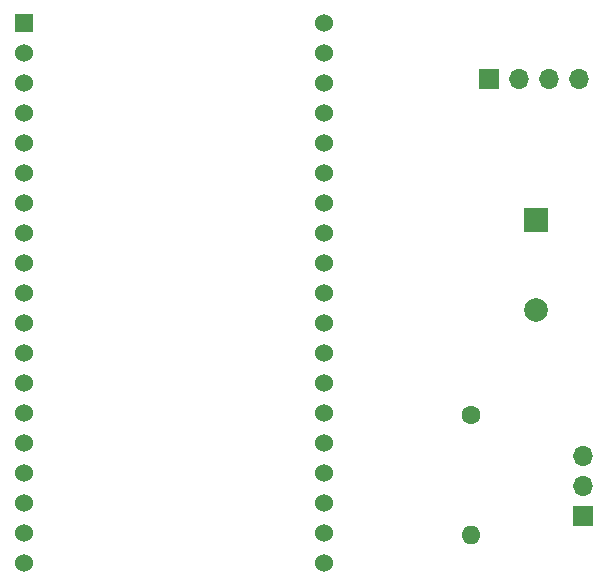
<source format=gbr>
%TF.GenerationSoftware,KiCad,Pcbnew,9.0.0*%
%TF.CreationDate,2025-03-04T12:47:50-05:00*%
%TF.ProjectId,TermoINteligente,5465726d-6f49-44e7-9465-6c6967656e74,rev?*%
%TF.SameCoordinates,Original*%
%TF.FileFunction,Copper,L1,Top*%
%TF.FilePolarity,Positive*%
%FSLAX46Y46*%
G04 Gerber Fmt 4.6, Leading zero omitted, Abs format (unit mm)*
G04 Created by KiCad (PCBNEW 9.0.0) date 2025-03-04 12:47:50*
%MOMM*%
%LPD*%
G01*
G04 APERTURE LIST*
%TA.AperFunction,ComponentPad*%
%ADD10R,1.530000X1.530000*%
%TD*%
%TA.AperFunction,ComponentPad*%
%ADD11C,1.530000*%
%TD*%
%TA.AperFunction,ComponentPad*%
%ADD12R,1.700000X1.700000*%
%TD*%
%TA.AperFunction,ComponentPad*%
%ADD13O,1.700000X1.700000*%
%TD*%
%TA.AperFunction,ComponentPad*%
%ADD14C,1.600000*%
%TD*%
%TA.AperFunction,ComponentPad*%
%ADD15O,1.600000X1.600000*%
%TD*%
%TA.AperFunction,ComponentPad*%
%ADD16R,2.000000X2.000000*%
%TD*%
%TA.AperFunction,ComponentPad*%
%ADD17C,2.000000*%
%TD*%
G04 APERTURE END LIST*
D10*
%TO.P,U1,1,3V3*%
%TO.N,VDD*%
X130100000Y-81180000D03*
D11*
%TO.P,U1,2,EN*%
%TO.N,unconnected-(U1-EN-Pad2)*%
X130100000Y-83720000D03*
%TO.P,U1,3,SENSOR_VP*%
%TO.N,unconnected-(U1-SENSOR_VP-Pad3)*%
X130100000Y-86260000D03*
%TO.P,U1,4,SENSOR_VN*%
%TO.N,unconnected-(U1-SENSOR_VN-Pad4)*%
X130100000Y-88800000D03*
%TO.P,U1,5,IO34*%
%TO.N,unconnected-(U1-IO34-Pad5)*%
X130100000Y-91340000D03*
%TO.P,U1,6,IO35*%
%TO.N,unconnected-(U1-IO35-Pad6)*%
X130100000Y-93880000D03*
%TO.P,U1,7,IO32*%
%TO.N,unconnected-(U1-IO32-Pad7)*%
X130100000Y-96420000D03*
%TO.P,U1,8,IO33*%
%TO.N,unconnected-(U1-IO33-Pad8)*%
X130100000Y-98960000D03*
%TO.P,U1,9,IO25*%
%TO.N,unconnected-(U1-IO25-Pad9)*%
X130100000Y-101500000D03*
%TO.P,U1,10,IO26*%
%TO.N,unconnected-(U1-IO26-Pad10)*%
X130100000Y-104040000D03*
%TO.P,U1,11,IO27*%
%TO.N,unconnected-(U1-IO27-Pad11)*%
X130100000Y-106580000D03*
%TO.P,U1,12,IO14*%
%TO.N,unconnected-(U1-IO14-Pad12)*%
X130100000Y-109120000D03*
%TO.P,U1,13,IO12*%
%TO.N,unconnected-(U1-IO12-Pad13)*%
X130100000Y-111660000D03*
%TO.P,U1,14,GND1*%
%TO.N,GND*%
X130100000Y-114200000D03*
%TO.P,U1,15,IO13*%
%TO.N,unconnected-(U1-IO13-Pad15)*%
X130100000Y-116740000D03*
%TO.P,U1,16,SD2*%
%TO.N,unconnected-(U1-SD2-Pad16)*%
X130100000Y-119280000D03*
%TO.P,U1,17,SD3*%
%TO.N,unconnected-(U1-SD3-Pad17)*%
X130100000Y-121820000D03*
%TO.P,U1,18,CMD*%
%TO.N,unconnected-(U1-CMD-Pad18)*%
X130100000Y-124360000D03*
%TO.P,U1,19,EXT_5V*%
%TO.N,VCC*%
X130100000Y-126900000D03*
%TO.P,U1,20,CLK*%
%TO.N,unconnected-(U1-CLK-Pad20)*%
X155500000Y-126900000D03*
%TO.P,U1,21,SD0*%
%TO.N,unconnected-(U1-SD0-Pad21)*%
X155500000Y-124360000D03*
%TO.P,U1,22,SD1*%
%TO.N,unconnected-(U1-SD1-Pad22)*%
X155500000Y-121820000D03*
%TO.P,U1,23,IO15*%
%TO.N,unconnected-(U1-IO15-Pad23)*%
X155500000Y-119280000D03*
%TO.P,U1,24,IO2*%
%TO.N,unconnected-(U1-IO2-Pad24)*%
X155500000Y-116740000D03*
%TO.P,U1,25,IO0*%
%TO.N,unconnected-(U1-IO0-Pad25)*%
X155500000Y-114200000D03*
%TO.P,U1,26,IO4*%
%TO.N,DQ*%
X155500000Y-111660000D03*
%TO.P,U1,27,IO16*%
%TO.N,unconnected-(U1-IO16-Pad27)*%
X155500000Y-109120000D03*
%TO.P,U1,28,IO17*%
%TO.N,unconnected-(U1-IO17-Pad28)*%
X155500000Y-106580000D03*
%TO.P,U1,29,IO5*%
%TO.N,BZ1+*%
X155500000Y-104040000D03*
%TO.P,U1,30,IO18*%
%TO.N,unconnected-(U1-IO18-Pad30)*%
X155500000Y-101500000D03*
%TO.P,U1,31,IO19*%
%TO.N,unconnected-(U1-IO19-Pad31)*%
X155500000Y-98960000D03*
%TO.P,U1,32,GND2*%
%TO.N,unconnected-(U1-GND2-Pad32)*%
X155500000Y-96420000D03*
%TO.P,U1,33,IO21*%
%TO.N,SDA*%
X155500000Y-93880000D03*
%TO.P,U1,34,RXD0*%
%TO.N,unconnected-(U1-RXD0-Pad34)*%
X155500000Y-91340000D03*
%TO.P,U1,35,TXD0*%
%TO.N,unconnected-(U1-TXD0-Pad35)*%
X155500000Y-88800000D03*
%TO.P,U1,36,IO22*%
%TO.N,SCL*%
X155500000Y-86260000D03*
%TO.P,U1,37,IO23*%
%TO.N,unconnected-(U1-IO23-Pad37)*%
X155500000Y-83720000D03*
%TO.P,U1,38,GND3*%
%TO.N,unconnected-(U1-GND3-Pad38)*%
X155500000Y-81180000D03*
%TD*%
D12*
%TO.P,J2,1,Pin_1*%
%TO.N,GND*%
X177500000Y-122940000D03*
D13*
%TO.P,J2,2,Pin_2*%
%TO.N,DQ*%
X177500000Y-120400000D03*
%TO.P,J2,3,Pin_3*%
%TO.N,VDD*%
X177500000Y-117860000D03*
%TD*%
D12*
%TO.P,J1,1,Pin_1*%
%TO.N,SCL*%
X169500000Y-85900000D03*
D13*
%TO.P,J1,2,Pin_2*%
%TO.N,SDA*%
X172040000Y-85900000D03*
%TO.P,J1,3,Pin_3*%
%TO.N,VCC*%
X174580000Y-85900000D03*
%TO.P,J1,4,Pin_4*%
%TO.N,GND*%
X177120000Y-85900000D03*
%TD*%
D14*
%TO.P,R1,1*%
%TO.N,VDD*%
X168000000Y-114400000D03*
D15*
%TO.P,R1,2*%
%TO.N,DQ*%
X168000000Y-124560000D03*
%TD*%
D16*
%TO.P,BZ1,1,+*%
%TO.N,BZ1+*%
X173500000Y-97900000D03*
D17*
%TO.P,BZ1,2,-*%
%TO.N,GND*%
X173500000Y-105500000D03*
%TD*%
M02*

</source>
